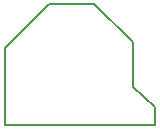
<source format=gm1>
%TF.GenerationSoftware,KiCad,Pcbnew,4.0.6*%
%TF.CreationDate,2017-07-08T13:22:26+03:00*%
%TF.ProjectId,crypto-eeprom,63727970746F2D656570726F6D2E6B69,rev?*%
%TF.FileFunction,Profile,NP*%
%FSLAX46Y46*%
G04 Gerber Fmt 4.6, Leading zero omitted, Abs format (unit mm)*
G04 Created by KiCad (PCBNEW 4.0.6) date 07/08/17 13:22:26*
%MOMM*%
%LPD*%
G01*
G04 APERTURE LIST*
%ADD10C,0.100000*%
%ADD11C,0.150000*%
G04 APERTURE END LIST*
D10*
D11*
X154650000Y-111500000D02*
X154650000Y-110000000D01*
X141900000Y-111500000D02*
X154650000Y-111500000D01*
X145650000Y-101250000D02*
X141900000Y-105000000D01*
X152750000Y-108250000D02*
X154650000Y-110000000D01*
X152750000Y-104500000D02*
X152750000Y-108250000D01*
X149500000Y-101250000D02*
X152750000Y-104500000D01*
X141900000Y-105000000D02*
X141900000Y-111500000D01*
X149500000Y-101250000D02*
X145650000Y-101250000D01*
M02*

</source>
